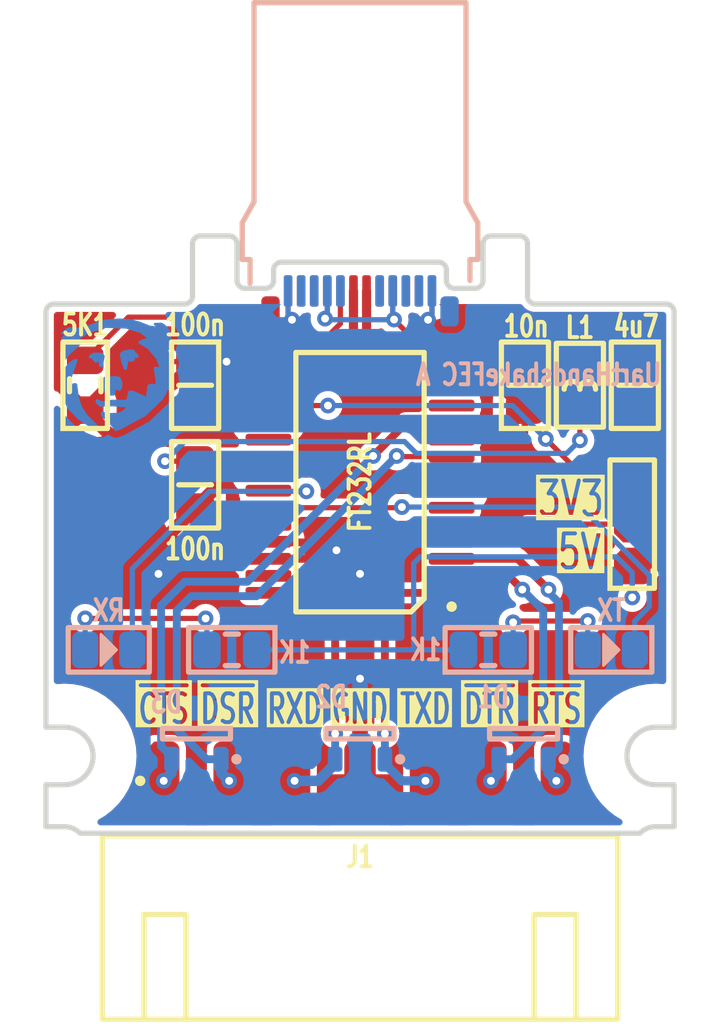
<source format=kicad_pcb>
(kicad_pcb (version 20221018) (generator pcbnew)
  (layers (0 "F.Cu" signal) (31 "B.Cu" jumper) (34 "B.Paste" user) (35 "F.Paste" user) (36 "B.SilkS" user "B.Silkscreen") (37 "F.SilkS" user "F.Silkscreen") (38 "B.Mask" user) (39 "F.Mask" user) (44 "Edge.Cuts" user))
  (net 0 "")
  (net 1 "A_CC")
  (net 2 "TXD")
  (net 3 "5V")
  (net 4 "RXD")
  (net 5 "USB_DP")
  (net 6 "USB_DM")
  (net 7 "GND")
  (net 8 "USB_Vin")
  (net 9 "3V3")
  (net 10 "Vio")
  (net 11 "LED_TXD")
  (net 12 "LED_TXD'")
  (net 13 "LED_RXD'")
  (net 14 "LED_RXD")
  (net 15 "DSR#")
  (net 16 "CTS#")
  (net 17 "RTS#")
  (net 18 "DTR#")
  (footprint "Medo64:L (0805)" (layer "F.Cu") (at 40.4 25.7 90)
    (fp_text reference "L1" (at 2.2 0 180) (layer "F.SilkS") (effects (font (size 0.8 0.6))))
    (fp_text value "600R" hide)
    (fp_rect (start -1.6 -0.9) (end 1.6 0.9) (stroke (width 0.2)) (fill none) (layer "F.SilkS"))
    (fp_arc (start -0.15 -0.6) (mid 0.15 -0.3) (end -0.15 0) (stroke (width 0.2)) (layer "F.SilkS"))
    (fp_arc (start -0.15 0) (mid 0.15 0.3) (end -0.15 0.6) (stroke (width 0.2)) (layer "F.SilkS"))
    (pad "1" smd roundrect (at -0.85 0 90) (size 1.05 1.4) (layers "F.Cu" "F.Paste" "F.Mask") (net 3 "5V"))
    (pad "2" smd roundrect (at 0.85 0 90) (size 1.05 1.4) (layers "F.Cu" "F.Paste" "F.Mask") (net 8 "USB_Vin"))
  )
  (footprint "Medo64:P USB C 3.2 Edge (24w)" (layer "F.Cu") (at 32 22)
    (fp_text reference "P1" hide)
    (fp_text value "105444-0001" hide)
    (fp_line (start -4.5 -2.5) (end -4.5 -1.1) (stroke (width 0.2)) (layer "B.SilkS"))
    (fp_line (start -4.5 -2.5) (end -4.05 -3.3) (stroke (width 0.2)) (layer "B.SilkS"))
    (fp_line (start -4.5 -1.1) (end -4.2 -1.1) (stroke (width 0.2)) (layer "B.SilkS"))
    (fp_line (start -4.2 -1) (end -4.2 -0.2) (stroke (width 0.2)) (layer "B.SilkS"))
    (fp_line (start -4.05 -10.9) (end -4.05 -3.3) (stroke (width 0.2)) (layer "B.SilkS"))
    (fp_line (start -4.05 -10.9) (end 4.05 -10.9) (stroke (width 0.2)) (layer "B.SilkS"))
    (fp_line (start 4.05 -10.9) (end 4.05 -3.3) (stroke (width 0.2)) (layer "B.SilkS"))
    (fp_line (start 4.2 -1.1) (end 4.2 -0.3) (stroke (width 0.2)) (layer "B.SilkS"))
    (fp_line (start 4.5 -2.5) (end 4.05 -3.3) (stroke (width 0.2)) (layer "B.SilkS"))
    (fp_line (start 4.5 -2.5) (end 4.5 -1.1) (stroke (width 0.2)) (layer "B.SilkS"))
    (fp_line (start 4.5 -1.1) (end 4.2 -1.1) (stroke (width 0.2)) (layer "B.SilkS"))
    (fp_line (start -4.5 -2.5) (end -4.5 -1.1) (stroke (width 0.2)) (layer "F.SilkS"))
    (fp_line (start -4.5 -2.5) (end -4.05 -3.3) (stroke (width 0.2)) (layer "F.SilkS"))
    (fp_line (start -4.5 -1.1) (end -4.2 -1.1) (stroke (width 0.2)) (layer "F.SilkS"))
    (fp_line (start -4.2 -1.1) (end -4.2 -0.3) (stroke (width 0.2)) (layer "F.SilkS"))
    (fp_line (start -4.05 -10.9) (end -4.05 -3.3) (stroke (width 0.2)) (layer "F.SilkS"))
    (fp_line (start -4.05 -10.9) (end 4.05 -10.9) (stroke (width 0.2)) (layer "F.SilkS"))
    (fp_line (start 4.05 -10.9) (end 4.05 -3.3) (stroke (width 0.2)) (layer "F.SilkS"))
    (fp_line (start 4.2 -1.1) (end 4.2 -0.3) (stroke (width 0.2)) (layer "F.SilkS"))
    (fp_line (start 4.5 -2.5) (end 4.05 -3.3) (stroke (width 0.2)) (layer "F.SilkS"))
    (fp_line (start 4.5 -2.5) (end 4.5 -1.1) (stroke (width 0.2)) (layer "F.SilkS"))
    (fp_line (start 4.5 -1.1) (end 4.2 -1.1) (stroke (width 0.2)) (layer "F.SilkS"))
    (pad "A1" smd roundrect locked (at -2.75 0.1) (size 0.33 1.2) (layers "F.Cu" "F.Paste" "F.Mask") (chamfer_ratio 0.2) (chamfer top_left bottom_left) (net 7 "GND"))
    (pad "A2" smd roundrect locked (at -2.25 0.1) (size 0.33 1.2) (layers "F.Cu" "F.Paste" "F.Mask"))
    (pad "A3" smd roundrect locked (at -1.75 0.1) (size 0.33 1.2) (layers "F.Cu" "F.Paste" "F.Mask"))
    (pad "A4" smd roundrect locked (at -1.25 0.1) (size 0.33 1.2) (layers "F.Cu" "F.Paste" "F.Mask") (net 8 "USB_Vin"))
    (pad "A5" smd roundrect locked (at -0.75 0.1) (size 0.33 1.2) (layers "F.Cu" "F.Paste" "F.Mask") (net 1 "A_CC"))
    (pad "A6" smd roundrect locked (at -0.25 0.1) (size 0.33 1.2) (layers "F.Cu" "F.Paste" "F.Mask") (net 5 "USB_DP"))
    (pad "A7" smd roundrect locked (at 0.25 0.1) (size 0.33 1.2) (layers "F.Cu" "F.Paste" "F.Mask") (net 6 "USB_DM"))
    (pad "A8" smd roundrect locked (at 0.75 0.1) (size 0.33 1.2) (layers "F.Cu" "F.Paste" "F.Mask"))
    (pad "A9" smd roundrect locked (at 1.25 0.1) (size 0.33 1.2) (layers "F.Cu" "F.Paste" "F.Mask") (net 8 "USB_Vin"))
    (pad "A10" smd roundrect locked (at 1.75 0.1) (size 0.33 1.2) (layers "F.Cu" "F.Paste" "F.Mask"))
    (pad "A11" smd roundrect locked (at 2.25 0.1) (size 0.33 1.2) (layers "F.Cu" "F.Paste" "F.Mask"))
    (pad "A12" smd roundrect locked (at 2.75 0.1) (size 0.33 1.2) (layers "F.Cu" "F.Paste" "F.Mask") (net 7 "GND"))
    (pad "B01" smd roundrect locked (at 2.75 0.1) (size 0.33 1.2) (layers "B.Cu" "B.Paste" "B.Mask") (chamfer_ratio 0.2) (chamfer top_right bottom_right) (net 7 "GND"))
    (pad "B02" smd roundrect locked (at 2.25 0.1) (size 0.33 1.2) (layers "B.Cu" "B.Paste" "B.Mask"))
    (pad "B03" smd roundrect locked (at 1.75 0.1) (size 0.33 1.2) (layers "B.Cu" "B.Paste" "B.Mask"))
    (pad "B04" smd roundrect locked (at 1.25 0.1) (size 0.33 1.2) (layers "B.Cu" "B.Paste" "B.Mask") (net 8 "USB_Vin"))
    (pad "B05" smd roundrect locked (at 0.75 0.1) (size 0.33 1.2) (layers "B.Cu" "B.Paste" "B.Mask"))
    (pad "B08" smd roundrect locked (at -0.75 0.1) (size 0.33 1.2) (layers "B.Cu" "B.Paste" "B.Mask"))
    (pad "B09" smd roundrect locked (at -1.25 0.1) (size 0.33 1.2) (layers "B.Cu" "B.Paste" "B.Mask") (net 8 "USB_Vin"))
    (pad "B10" smd roundrect locked (at -1.75 0.1) (size 0.33 1.2) (layers "B.Cu" "B.Paste" "B.Mask"))
    (pad "B11" smd roundrect locked (at -2.25 0.1) (size 0.33 1.2) (layers "B.Cu" "B.Paste" "B.Mask"))
    (pad "B12" smd roundrect locked (at -2.75 0.1) (size 0.33 1.2) (layers "B.Cu" "B.Paste" "B.Mask") (net 7 "GND"))
    (pad "S" smd roundrect locked (at -3.42 0.88) (size 0.7 1.15) (layers "F.Cu" "F.Paste" "F.Mask"))
    (pad "S" smd roundrect locked (at 3.42 0.88) (size 0.7 1.15) (layers "B.Cu" "B.Paste" "B.Mask"))
  )
  (footprint "Medo64:C (0805)" (layer "F.Cu") (at 38.3 25.7 90)
    (fp_text reference "C1" hide)
    (fp_text value "10n" (at 2.25 0.05 180) (layer "F.SilkS") (effects (font (size 0.8 0.6) (thickness 0.15) bold)))
    (fp_line (start 0 -0.625) (end 0 0.625) (stroke (width 0.2)) (layer "F.SilkS"))
    (fp_rect (start -1.65 -0.9) (end 1.65 0.9) (stroke (width 0.2)) (fill none) (layer "F.SilkS"))
    (pad "1" smd roundrect (at -0.9 0 90) (size 1.15 1.45) (layers "F.Cu" "F.Paste" "F.Mask") (net 7 "GND"))
    (pad "2" smd roundrect (at 0.9 0 90) (size 1.15 1.45) (layers "F.Cu" "F.Paste" "F.Mask") (net 8 "USB_Vin"))
  )
  (footprint "Medo64:C (0805)" (layer "F.Cu") (at 25.7 25.7 -90)
    (fp_text reference "C3" hide)
    (fp_text value "100n" (at -2.3 0) (layer "F.SilkS") (effects (font (size 0.8 0.6) (thickness 0.15) bold)))
    (fp_line (start 0 -0.625) (end 0 0.625) (stroke (width 0.2)) (layer "F.SilkS"))
    (fp_rect (start -1.65 -0.9) (end 1.65 0.9) (stroke (width 0.2)) (fill none) (layer "F.SilkS"))
    (pad "1" smd roundrect (at -0.9 0 270) (size 1.15 1.45) (layers "F.Cu" "F.Paste" "F.Mask") (net 7 "GND"))
    (pad "2" smd roundrect (at 0.9 0 270) (size 1.15 1.45) (layers "F.Cu" "F.Paste" "F.Mask") (net 9 "3V3"))
  )
  (footprint "Medo64:J JST XH Edge [UART] (7w)" (layer "F.Cu") (at 32 40.8)
    (fp_text reference "J1" (at 0 2.9) (layer "F.SilkS") (effects (font (size 0.8 0.6) (thickness 0.15) bold)))
    (fp_text value "B7B-XH-A")
    (fp_rect (start -9.85 2.1) (end 9.85 9.1) (stroke (width 0.2)) (fill none) (layer "F.SilkS"))
    (fp_rect (start -8.25 5.1) (end -6.65 9.1) (stroke (width 0.2)) (fill none) (layer "F.SilkS"))
    (fp_rect (start 8.25 5.1) (end 6.65 9.1) (stroke (width 0.2)) (fill none) (layer "F.SilkS"))
    (fp_circle (center -8.4 0) (end -8.25 0) (stroke (width 0.1)) (fill solid) (layer "F.SilkS"))
    (pad "1" smd roundrect locked (at -7.5 0) (size 1.2 3) (layers "F.Cu" "F.Paste" "F.Mask") (chamfer_ratio 0.2) (chamfer top_left bottom_left) (net 16 "CTS#"))
    (pad "2" smd roundrect locked (at -5 0) (size 1.2 3) (layers "F.Cu" "F.Paste" "F.Mask") (net 15 "DSR#"))
    (pad "3" smd roundrect locked (at -2.5 0) (size 1.2 3) (layers "F.Cu" "F.Paste" "F.Mask") (net 4 "RXD"))
    (pad "4" smd roundrect locked (at 0 0) (size 1.2 3) (layers "F.Cu" "F.Paste" "F.Mask") (net 7 "GND"))
    (pad "5" smd roundrect locked (at 2.5 0) (size 1.2 3) (layers "F.Cu" "F.Paste" "F.Mask") (net 2 "TXD"))
    (pad "6" smd roundrect locked (at 5 0) (size 1.2 3) (layers "F.Cu" "F.Paste" "F.Mask") (net 18 "DTR#"))
    (pad "7" smd roundrect locked (at 7.5 0) (size 1.2 3) (layers "F.Cu" "F.Paste" "F.Mask") (net 17 "RTS#"))
  )
  (footprint "Medo64:C (0805)" (layer "F.Cu") (at 25.7 29.5 90)
    (fp_text reference "C2" hide)
    (fp_text value "100n" (at -2.45 0) (layer "F.SilkS") (effects (font (size 0.8 0.6) (thickness 0.15) bold)))
    (fp_line (start 0 -0.625) (end 0 0.625) (stroke (width 0.2)) (layer "F.SilkS"))
    (fp_rect (start -1.65 -0.9) (end 1.65 0.9) (stroke (width 0.2)) (fill none) (layer "F.SilkS"))
    (pad "1" smd roundrect (at -0.9 0 90) (size 1.15 1.45) (layers "F.Cu" "F.Paste" "F.Mask") (net 7 "GND"))
    (pad "2" smd roundrect (at 0.9 0 90) (size 1.15 1.45) (layers "F.Cu" "F.Paste" "F.Mask") (net 3 "5V"))
  )
  (footprint "Medo64:U Transciever UART FT232RL (SSOP-28)" (layer "F.Cu") (at 32 29.4 180)
    (fp_text reference "U1" hide)
    (fp_text value "FT232RL" (at 0 0 90) (layer "F.SilkS") (effects (font (size 0.8 0.6))))
    (fp_line (start -2.45 -4.45) (end -1.95 -4.95) (stroke (width 0.2)) (layer "F.SilkS"))
    (fp_line (start -2.45 4.95) (end -2.45 -4.45) (stroke (width 0.2)) (layer "F.SilkS"))
    (fp_line (start -1.95 -4.95) (end 2.45 -4.95) (stroke (width 0.2)) (layer "F.SilkS"))
    (fp_line (start 2.45 -4.95) (end 2.45 4.95) (stroke (width 0.2)) (layer "F.SilkS"))
    (fp_line (start 2.45 4.95) (end -2.45 4.95) (stroke (width 0.2)) (layer "F.SilkS"))
    (fp_circle (center -3.5 -4.75) (end -3.35 -4.75) (stroke (width 0.1)) (fill solid) (layer "F.SilkS"))
    (pad "1" smd roundrect locked (at -3.5 -4.225 180) (size 1.75 0.45) (layers "F.Cu" "F.Paste" "F.Mask") (chamfer_ratio 0.2) (chamfer top_left top_right) (net 2 "TXD"))
    (pad "2" smd roundrect locked (at -3.5 -3.575 180) (size 1.75 0.45) (layers "F.Cu" "F.Paste" "F.Mask") (net 18 "DTR#"))
    (pad "3" smd roundrect locked (at -3.5 -2.925 180) (size 1.75 0.45) (layers "F.Cu" "F.Paste" "F.Mask") (net 17 "RTS#"))
    (pad "4" smd roundrect locked (at -3.5 -2.275 180) (size 1.75 0.45) (layers "F.Cu" "F.Paste" "F.Mask") (net 10 "Vio"))
    (pad "5" smd roundrect locked (at -3.5 -1.625 180) (size 1.75 0.45) (layers "F.Cu" "F.Paste" "F.Mask") (net 4 "RXD"))
    (pad "6" smd roundrect locked (at -3.5 -0.975 180) (size 1.75 0.45) (layers "F.Cu" "F.Paste" "F.Mask"))
    (pad "7" smd roundrect locked (at -3.5 -0.325 180) (size 1.75 0.45) (layers "F.Cu" "F.Paste" "F.Mask") (net 7 "GND"))
    (pad "8" smd roundrect locked (at -3.5 0.325 180) (size 1.75 0.45) (layers "F.Cu" "F.Paste" "F.Mask"))
    (pad "9" smd roundrect locked (at -3.5 0.975 180) (size 1.75 0.45) (layers "F.Cu" "F.Paste" "F.Mask") (net 15 "DSR#"))
    (pad "10" smd roundrect locked (at -3.5 1.625 180) (size 1.75 0.45) (layers "F.Cu" "F.Paste" "F.Mask"))
    (pad "11" smd roundrect locked (at -3.5 2.275 180) (size 1.75 0.45) (layers "F.Cu" "F.Paste" "F.Mask") (net 16 "CTS#"))
    (pad "12" smd roundrect locked (at -3.5 2.925 180) (size 1.75 0.45) (layers "F.Cu" "F.Paste" "F.Mask"))
    (pad "13" smd roundrect locked (at -3.5 3.575 180) (size 1.75 0.45) (layers "F.Cu" "F.Paste" "F.Mask"))
    (pad "14" smd roundrect locked (at -3.5 4.225 180) (size 1.75 0.45) (layers "F.Cu" "F.Paste" "F.Mask"))
    (pad "15" smd roundrect locked (at 3.5 4.225 180) (size 1.75 0.45) (layers "F.Cu" "F.Paste" "F.Mask") (net 5 "USB_DP"))
    (pad "16" smd roundrect locked (at 3.5 3.575 180) (size 1.75 0.45) (layers "F.Cu" "F.Paste" "F.Mask") (net 6 "USB_DM"))
    (pad "17" smd roundrect locked (at 3.5 2.925 180) (size 1.75 0.45) (layers "F.Cu" "F.Paste" "F.Mask") (net 9 "3V3"))
    (pad "18" smd roundrect locked (at 3.5 2.275 180) (size 1.75 0.45) (layers "F.Cu" "F.Paste" "F.Mask") (net 7 "GND"))
    (pad "19" smd roundrect locked (at 3.5 1.625 180) (size 1.75 0.45) (layers "F.Cu" "F.Paste" "F.Mask"))
    (pad "20" smd roundrect locked (at 3.5 0.975 180) (size 1.75 0.45) (layers "F.Cu" "F.Paste" "F.Mask") (net 3 "5V"))
    (pad "21" smd roundrect locked (at 3.5 0.325 180) (size 1.75 0.45) (layers "F.Cu" "F.Paste" "F.Mask") (net 7 "GND"))
    (pad "22" smd roundrect locked (at 3.5 -0.325 180) (size 1.75 0.45) (layers "F.Cu" "F.Paste" "F.Mask") (net 14 "LED_RXD"))
    (pad "23" smd roundrect locked (at 3.5 -0.975 180) (size 1.75 0.45) (layers "F.Cu" "F.Paste" "F.Mask") (net 11 "LED_TXD"))
    (pad "24" smd roundrect locked (at 3.5 -1.625 180) (size 1.75 0.45) (layers "F.Cu" "F.Paste" "F.Mask"))
    (pad "25" smd roundrect locked (at 3.5 -2.275 180) (size 1.75 0.45) (layers "F.Cu" "F.Paste" "F.Mask") (net 7 "GND"))
    (pad "26" smd roundrect locked (at 3.5 -2.925 180) (size 1.75 0.45) (layers "F.Cu" "F.Paste" "F.Mask") (net 7 "GND"))
    (pad "27" smd roundrect locked (at 3.5 -3.575 180) (size 1.75 0.45) (layers "F.Cu" "F.Paste" "F.Mask"))
    (pad "28" smd roundrect locked (at 3.5 -4.225 180) (size 1.75 0.45) (layers "F.Cu" "F.Paste" "F.Mask"))
  )
  (footprint "Medo64:R (0805)" (layer "F.Cu") (at 21.5 25.7 90)
    (fp_text reference "R3" hide)
    (fp_text value "5K1" (at 2.3 0 180) (layer "F.SilkS") (effects (font (size 0.8 0.6))))
    (fp_line (start -0.25 -0.6) (end 0.25 -0.6) (stroke (width 0.2)) (layer "F.SilkS"))
    (fp_line (start -0.25 0.6) (end 0.25 0.6) (stroke (width 0.2)) (layer "F.SilkS"))
    (fp_rect (start -1.65 -0.85) (end 1.65 0.85) (stroke (width 0.2)) (fill none) (layer "F.SilkS"))
    (pad "1" smd roundrect (at -0.95 0 90) (size 1.05 1.4) (layers "F.Cu" "F.Paste" "F.Mask") (net 7 "GND"))
    (pad "2" smd roundrect (at 0.95 0 90) (size 1.05 1.4) (layers "F.Cu" "F.Paste" "F.Mask") (net 1 "A_CC"))
  )
  (footprint "Medo64:JP Dual (1205)" (layer "F.Cu") (at 42.4 31 90)
    (fp_text reference "JP1" hide)
    (fp_text value "Jumper" hide)
    (fp_rect (start -2.45 -0.85) (end 2.45 0.85) (stroke (width 0.2)) (fill none) (layer "F.SilkS"))
    (pad "1" smd roundrect (at -1.6 0 90) (size 1.4 1.4) (layers "F.Cu" "F.Mask") (roundrect_rratio 0.2) (chamfer_ratio 0.25) (chamfer top_right bottom_right) (net 3 "5V"))
    (pad "2" smd roundrect (at 0 0 90) (size 1.4 1.4) (layers "F.Cu" "F.Mask") (roundrect_rratio 0) (chamfer_ratio 0.25) (chamfer top_left top_right bottom_left bottom_right) (net 10 "Vio"))
    (pad "3" smd roundrect (at 1.6 0 90) (size 1.4 1.4) (layers "F.Cu" "F.Mask") (roundrect_rratio 0.2) (chamfer_ratio 0.25) (chamfer top_left bottom_left) (net 9 "3V3"))
  )
  (footprint "Medo64:C (0805)" (layer "F.Cu") (at 42.5 25.7 -90)
    (fp_text reference "C4" hide)
    (fp_text value "4u7" (at -2.25 -0.05) (layer "F.SilkS") (effects (font (size 0.8 0.6) (thickness 0.15) bold)))
    (fp_line (start 0 -0.625) (end 0 0.625) (stroke (width 0.2)) (layer "F.SilkS"))
    (fp_rect (start -1.65 -0.9) (end 1.65 0.9) (stroke (width 0.2)) (fill none) (layer "F.SilkS"))
    (pad "1" smd roundrect (at -0.9 0 270) (size 1.15 1.45) (layers "F.Cu" "F.Paste" "F.Mask") (net 7 "GND"))
    (pad "2" smd roundrect (at 0.9 0 270) (size 1.15 1.45) (layers "F.Cu" "F.Paste" "F.Mask") (net 3 "5V"))
  )
  (footprint "Medo64:R (0805)" (layer "B.Cu") (at 36.9 35.8)
    (fp_text reference "R2" hide)
    (fp_text value "1K" (at -2.4 0) (layer "B.SilkS") (effects (font (size 0.8 0.6)) (justify mirror)))
    (fp_line (start -0.25 -0.6) (end 0.25 -0.6) (stroke (width 0.2)) (layer "B.SilkS"))
    (fp_line (start -0.25 0.6) (end 0.25 0.6) (stroke (width 0.2)) (layer "B.SilkS"))
    (fp_rect (start -1.65 0.85) (end 1.65 -0.85) (stroke (width 0.2)) (fill none) (layer "B.SilkS"))
    (pad "1" smd roundrect (at -0.95 0) (size 1.05 1.4) (layers "B.Cu" "B.Paste" "B.Mask") (net 3 "5V"))
    (pad "2" smd roundrect (at 0.95 0) (size 1.05 1.4) (layers "B.Cu" "B.Paste" "B.Mask") (net 12 "LED_TXD'"))
  )
  (footprint "Medo64:D TVS SM05T1G (SOT23-3)" (layer "B.Cu") (at 32 39 180)
    (fp_text reference "D2" (at 1.1 1.4) (layer "B.SilkS") (effects (font (size 0.8 0.6)) (justify mirror)))
    (fp_text value "SM05T1G" hide)
    (fp_rect (start -1.3 0.2) (end 1.3 -0.2) (stroke (width 0.2)) (fill none) (layer "B.SilkS"))
    (fp_circle (center -1.53 -0.975) (end -1.38 -0.975) (stroke (width 0.1)) (fill solid) (layer "B.SilkS"))
    (pad "1" smd roundrect (at -0.95 -0.975 180) (size 0.56 0.95) (layers "B.Cu" "B.Paste" "B.Mask") (chamfer_ratio 0.2) (chamfer top_left bottom_left) (net 2 "TXD"))
    (pad "2" smd roundrect (at 0.95 -0.975 180) (size 0.56 0.95) (layers "B.Cu" "B.Paste" "B.Mask") (net 4 "RXD"))
    (pad "3" smd roundrect (at 0 0.975 180) (size 0.56 0.95) (layers "B.Cu" "B.Paste" "B.Mask") (net 7 "GND"))
  )
  (footprint "Medo64:D TVS SM05T1G (SOT23-3)" (layer "B.Cu") (at 38.25 39 180)
    (fp_text reference "D1" (at 1.15 1.4) (layer "B.SilkS") (effects (font (size 0.8 0.6)) (justify mirror)))
    (fp_text value "SM05T1G" hide)
    (fp_rect (start -1.3 0.2) (end 1.3 -0.2) (stroke (width 0.2)) (fill none) (layer "B.SilkS"))
    (fp_circle (center -1.53 -0.975) (end -1.38 -0.975) (stroke (width 0.1)) (fill solid) (layer "B.SilkS"))
    (pad "1" smd roundrect (at -0.95 -0.975 180) (size 0.56 0.95) (layers "B.Cu" "B.Paste" "B.Mask") (chamfer_ratio 0.2) (chamfer top_left bottom_left) (net 17 "RTS#"))
    (pad "2" smd roundrect (at 0.95 -0.975 180) (size 0.56 0.95) (layers "B.Cu" "B.Paste" "B.Mask") (net 18 "DTR#"))
    (pad "3" smd roundrect (at 0 0.975 180) (size 0.56 0.95) (layers "B.Cu" "B.Paste" "B.Mask") (net 7 "GND"))
  )
  (footprint "Medo64:DS (0805)" (layer "B.Cu") (at 41.6 35.8 180)
    (fp_text reference "DS2" hide)
    (fp_text value "TX" (at 0 1.5) (layer "B.SilkS") (effects (font (size 0.8 0.6) (thickness 0.15) bold) (justify mirror)))
    (fp_rect (start -1.55 0.85) (end 1.55 -0.85) (stroke (width 0.2)) (fill none) (layer "B.SilkS"))
    (fp_poly (pts (xy -0.3 0) (xy 0.3 0.6) (xy 0.3 -0.6)) (stroke (width 0.1)) (fill solid) (layer "B.SilkS"))
    (pad "1" smd roundrect (at -0.9 0 180) (size 1 1.4) (layers "B.Cu" "B.Paste" "B.Mask") (chamfer_ratio 0.2) (chamfer top_left bottom_left) (net 11 "LED_TXD"))
    (pad "2" smd roundrect (at 0.9 0 180) (size 1 1.4) (layers "B.Cu" "B.Paste" "B.Mask") (net 12 "LED_TXD'"))
  )
  (footprint "Medo64:ICON Medo64" (layer "B.Cu") (at 22.7 25.3 180)
    (fp_text reference "ICON" hide)
    (fp_text value "Medo64" hide)
    (fp_poly (pts (xy 0.569 0.353) (xy 0.506 0.707) (xy 0.554 0.778) (xy 0.719 0.8) (xy 0.885 0.786) (xy 0.979 0.733) (xy 1.012 0.682) (xy 0.902 0.659) (xy 0.892 0.612) (xy 0.793 0.5) (xy 0.659 0.583) (xy 0.647 0.581) (xy 0.632 0.391) (xy 0.622 0.353) (xy 0.592 0.334)) (stroke (width 0.1)) (fill solid) (layer "B.Cu"))
    (fp_poly (pts (xy -0.347 0.253) (xy -0.412 0.648) (xy -0.502 0.544) (xy -0.626 0.56) (xy -0.646 0.595) (xy -0.654 0.695) (xy -0.79 0.696) (xy -0.777 0.752) (xy -0.709 0.806) (xy -0.594 0.838) (xy -0.594 0.861) (xy -0.645 0.874) (xy -0.654 0.893) (xy -0.626 0.915) (xy -0.491 0.913) (xy -0.267 0.874) (xy -0.168 0.787) (xy -0.23 0.486) (xy -0.331 0.233) (xy -0.339 0.24)) (stroke (width 0.1)) (fill solid) (layer "B.Cu"))
    (fp_poly (pts (xy 0.115 -0.742) (xy 0.0899 -0.706) (xy 0.0781 -0.566) (xy 0.0622 -0.52) (xy 0.00798 -0.502) (xy -0.097 -0.566) (xy -0.155 -0.508) (xy -0.174 -0.31) (xy -0.101 -0.133) (xy -0.0361 -0.108) (xy 0.168 -0.103) (xy 0.347 -0.109) (xy 0.44 -0.12) (xy 0.515 -0.205) (xy 0.54 -0.36) (xy 0.533 -0.466) (xy 0.5 -0.535) (xy 0.431 -0.596) (xy 0.384 -0.562) (xy 0.365 -0.53) (xy 0.342 -0.512) (xy 0.286 -0.53) (xy 0.257 -0.652) (xy 0.212 -0.749)) (stroke (width 0.1)) (fill solid) (layer "B.Cu"))
    (fp_poly (pts (xy 1.137 -1.588) (xy 1.377 -1.227) (xy 1.493 -0.853) (xy 1.544 -0.455) (xy 1.551 -0.378) (xy 1.595 -0.367) (xy 1.649 -0.379) (xy 1.781 -0.45) (xy 1.801 -0.39) (xy 1.761 -0.0848) (xy 1.586 0.417) (xy 1.555 0.511) (xy 1.55 0.558) (xy 1.648 0.527) (xy 1.79 0.423) (xy 1.958 0.207) (xy 2.045 -0.013) (xy 2.05 -0.076) (xy 1.964 -0.0819) (xy 1.999 -0.548) (xy 1.973 -0.89) (xy 1.846 -1.245) (xy 1.444 -1.662) (xy 1.007 -1.949) (xy 0.62 -2.1)) (stroke (width 0.1)) (fill solid) (layer "B.Cu"))
    (fp_poly (pts (xy -0.162 -2.027) (xy -1.067 -1.539) (xy -1.715 -0.923) (xy -1.847 -0.71) (xy -1.921 -0.519) (xy -2.079 -0.567) (xy -2.095 -0.469) (xy -2.062 -0.0937) (xy -1.952 0.314) (xy -1.982 0.367) (xy -2.06 0.354) (xy -2.077 0.422) (xy -1.93 0.912) (xy -2.032 1.227) (xy -2.034 1.544) (xy -1.998 1.647) (xy -1.903 1.796) (xy -1.782 1.9) (xy -1.695 1.941) (xy -1.468 1.93) (xy -1.663 1.801) (xy -1.722 1.753) (xy -1.784 1.659) (xy -1.735 1.66) (xy -1.576 1.778) (xy -1.371 1.817) (xy -1.254 1.827) (xy -1.134 1.877) (xy -0.852 1.987) (xy -0.528 2.073) (xy -0.0731 2.1) (xy 0.509 2.05) (xy 1.073 1.842) (xy 1.317 1.73) (xy 1.649 1.779) (xy 1.837 1.763) (xy 2.065 1.59) (xy 1.802 1.633) (xy 1.67 1.615) (xy 1.959 1.505) (xy 2.067 1.378) (xy 2.085 1.212) (xy 2.009 0.915) (xy 2.099 0.563) (xy 2.055 0.501) (xy 1.891 0.746) (xy 1.396 1.198) (xy 1.522 1.254) (xy 1.413 1.428) (xy 1.101 1.627) (xy 0.403 1.839) (xy -0.366 1.813) (xy -0.919 1.642) (xy -1.209 1.43) (xy -1.227 1.366) (xy -0.981 1.3) (xy -0.886 1.23) (xy -1.21 1.035) (xy -1.558 0.628) (xy -1.682 0.293) (xy -1.663 0.238) (xy -1.492 0.262) (xy -1.468 0.242) (xy -1.547 -0.268) (xy -1.529 -0.375) (xy -1.464 -0.408) (xy -1.339 -0.39) (xy -1.231 -0.419) (xy -1.16 -0.905) (xy -0.625 -0.656) (xy -0.494 -0.655) (xy -0.414 -1.002) (xy 0.18 -1.002) (xy 0.561 -1.064) (xy 0.751 -0.985) (xy 0.746 -1.053) (xy 0.624 -1.17) (xy 0.142 -1.154) (xy -0.23 -1.188) (xy -0.449 -1.178) (xy -0.342 -1.347) (xy -0.189 -1.45) (xy -0.0588 -1.5) (xy 0.291 -1.511) (xy 0.537 -1.463) (xy 0.568 -1.475) (xy 0.523 -1.584) (xy 0.188 -1.888) (xy 0.0332 -2.1)) (stroke (width 0.1)) (fill solid) (layer "B.Cu"))
  )
  (footprint "Medo64:D TVS SM05T1G (SOT23-3)" (layer "B.Cu") (at 25.75 39 180)
    (fp_text reference "D3" (at 1.15 1.2) (layer "B.SilkS") (effects (font (size 0.8 0.6)) (justify mirror)))
    (fp_text value "SM05T1G" hide)
    (fp_rect (start -1.3 0.2) (end 1.3 -0.2) (stroke (width 0.2)) (fill none) (layer "B.SilkS"))
    (fp_circle (center -1.53 -0.975) (end -1.38 -0.975) (stroke (width 0.1)) (fill solid) (layer "B.SilkS"))
    (pad "1" smd roundrect (at -0.95 -0.975 180) (size 0.56 0.95) (layers "B.Cu" "B.Paste" "B.Mask") (chamfer_ratio 0.2) (chamfer top_left bottom_left) (net 15 "DSR#"))
    (pad "2" smd roundrect (at 0.95 -0.975 180) (size 0.56 0.95) (layers "B.Cu" "B.Paste" "B.Mask") (net 16 "CTS#"))
    (pad "3" smd roundrect (at 0 0.975 180) (size 0.56 0.95) (layers "B.Cu" "B.Paste" "B.Mask") (net 7 "GND"))
  )
  (footprint "Medo64:DS (0805)" (layer "B.Cu") (at 22.4 35.8 180)
    (fp_text reference "DS1" hide)
    (fp_text value "RX" (at 0 1.5) (layer "B.SilkS") (effects (font (size 0.8 0.6) (thickness 0.15) bold) (justify mirror)))
    (fp_rect (start -1.55 0.85) (end 1.55 -0.85) (stroke (width 0.2)) (fill none) (layer "B.SilkS"))
    (fp_poly (pts (xy -0.3 0) (xy 0.3 0.6) (xy 0.3 -0.6)) (stroke (width 0.1)) (fill solid) (layer "B.SilkS"))
    (pad "1" smd roundrect (at -0.9 0 180) (size 1 1.4) (layers "B.Cu" "B.Paste" "B.Mask") (chamfer_ratio 0.2) (chamfer top_left bottom_left) (net 14 "LED_RXD"))
    (pad "2" smd roundrect (at 0.9 0 180) (size 1 1.4) (layers "B.Cu" "B.Paste" "B.Mask") (net 13 "LED_RXD'"))
  )
  (footprint "Medo64:R (0805)" (layer "B.Cu") (at 27.1 35.8 180)
    (fp_text reference "R1" hide)
    (fp_text value "1K" (at -2.4 -0.1) (layer "B.SilkS") (effects (font (size 0.8 0.6)) (justify mirror)))
    (fp_line (start -0.25 -0.6) (end 0.25 -0.6) (stroke (width 0.2)) (layer "B.SilkS"))
    (fp_line (start -0.25 0.6) (end 0.25 0.6) (stroke (width 0.2)) (layer "B.SilkS"))
    (fp_rect (start -1.65 0.85) (end 1.65 -0.85) (stroke (width 0.2)) (fill none) (layer "B.SilkS"))
    (pad "1" smd roundrect (at -0.95 0 180) (size 1.05 1.4) (layers "B.Cu" "B.Paste" "B.Mask") (net 3 "5V"))
    (pad "2" smd roundrect (at 0.95 0 180) (size 1.05 1.4) (layers "B.Cu" "B.Paste" "B.Mask") (net 13 "LED_RXD'"))
  )
  (gr_line locked (start 38.4 20.3) (end 38.4 22.3) (stroke (width 0.2)) (layer "Edge.Cuts"))
  (gr_arc locked (start 25.6 22.3) (mid 25.512132 22.512132) (end 25.3 22.6) (stroke (width 0.2)) (layer "Edge.Cuts"))
  (gr_arc locked (start 43.3 40.95) (mid 42.2 39.85) (end 43.3 38.75) (stroke (width 0.2)) (layer "Edge.Cuts"))
  (gr_line locked (start 20.7 40.95) (end 20 40.95) (stroke (width 0.2)) (layer "Edge.Cuts"))
  (gr_line locked (start 43.3 40.95) (end 44 40.95) (stroke (width 0.2)) (layer "Edge.Cuts"))
  (gr_arc locked (start 35 21) (mid 35.212132 21.087868) (end 35.3 21.3) (stroke (width 0.2)) (layer "Edge.Cuts"))
  (gr_arc locked (start 28.7 21.3) (mid 28.787868 21.087868) (end 29 21) (stroke (width 0.2)) (layer "Edge.Cuts"))
  (gr_line locked (start 38.1 20) (end 37 20) (stroke (width 0.2)) (layer "Edge.Cuts"))
  (gr_arc locked (start 28.7 21.7) (mid 28.612132 21.912132) (end 28.4 22) (stroke (width 0.2)) (layer "Edge.Cuts"))
  (gr_arc locked (start 27 20) (mid 27.212132 20.087868) (end 27.3 20.3) (stroke (width 0.2)) (layer "Edge.Cuts"))
  (gr_arc locked (start 43.7 22.6) (mid 43.912132 22.687868) (end 44 22.9) (stroke (width 0.2)) (layer "Edge.Cuts"))
  (gr_line locked (start 20 38.75) (end 20.7 38.75) (stroke (width 0.2)) (layer "Edge.Cuts"))
  (gr_line locked (start 44 42.55) (end 43.3 42.55) (stroke (width 0.2)) (layer "Edge.Cuts"))
  (gr_arc locked (start 38.7 22.6) (mid 38.487868 22.512132) (end 38.4 22.3) (stroke (width 0.2)) (layer "Edge.Cuts"))
  (gr_line locked (start 44 42.55) (end 44 40.95) (stroke (width 0.2)) (layer "Edge.Cuts"))
  (gr_line locked (start 28.4 22) (end 27.6 22) (stroke (width 0.2)) (layer "Edge.Cuts"))
  (gr_line locked (start 43.7 22.6) (end 38.7 22.6) (stroke (width 0.2)) (layer "Edge.Cuts"))
  (gr_line locked (start 20.3 22.6) (end 25.3 22.6) (stroke (width 0.2)) (layer "Edge.Cuts"))
  (gr_arc locked (start 38.1 20) (mid 38.312132 20.087868) (end 38.4 20.3) (stroke (width 0.2)) (layer "Edge.Cuts"))
  (gr_arc locked (start 35.6 22) (mid 35.387868 21.912132) (end 35.3 21.7) (stroke (width 0.2)) (layer "Edge.Cuts"))
  (gr_line locked (start 35.3 21.7) (end 35.3 21.3) (stroke (width 0.2)) (layer "Edge.Cuts"))
  (gr_line locked (start 27.3 20.3) (end 27.3 21.7) (stroke (width 0.2)) (layer "Edge.Cuts"))
  (gr_arc locked (start 20 22.9) (mid 20.087868 22.687868) (end 20.3 22.6) (stroke (width 0.2)) (layer "Edge.Cuts"))
  (gr_arc locked (start 36.7 20.3) (mid 36.787868 20.087868) (end 37 20) (stroke (width 0.2)) (layer "Edge.Cuts"))
  (gr_arc locked (start 20.7 42.55) (mid 21.025629 42.613491) (end 21.3 42.8) (stroke (width 0.2)) (layer "Edge.Cuts"))
  (gr_arc locked (start 27.6 22) (mid 27.387868 21.912132) (end 27.3 21.7) (stroke (width 0.2)) (layer "Edge.Cuts"))
  (gr_line locked (start 36.7 20.3) (end 36.7 21.7) (stroke (width 0.2)) (layer "Edge.Cuts"))
  (gr_line locked (start 36.4 22) (end 35.6 22) (stroke (width 0.2)) (layer "Edge.Cuts"))
  (gr_line locked (start 44 22.9) (end 44 38.75) (stroke (width 0.2)) (layer "Edge.Cuts"))
  (gr_line locked (start 43.3 38.75) (end 44 38.75) (stroke (width 0.2)) (layer "Edge.Cuts"))
  (gr_line locked (start 28.7 21.7) (end 28.7 21.3) (stroke (width 0.2)) (layer "Edge.Cuts"))
  (gr_arc locked (start 20.7 38.75) (mid 21.8 39.85) (end 20.7 40.95) (stroke (width 0.2)) (layer "Edge.Cuts"))
  (gr_arc locked (start 42.7 42.8) (mid 42.973721 42.611931) (end 43.3 42.55) (stroke (width 0.2)) (layer "Edge.Cuts"))
  (gr_line locked (start 25.9 20) (end 27 20) (stroke (width 0.2)) (layer "Edge.Cuts"))
  (gr_line locked (start 25.6 20.3) (end 25.6 22.3) (stroke (width 0.2)) (layer "Edge.Cuts"))
  (gr_line locked (start 20 22.9) (end 20 38.75) (stroke (width 0.2)) (layer "Edge.Cuts"))
  (gr_line locked (start 42.7 42.8) (end 21.3 42.8) (stroke (width 0.2)) (layer "Edge.Cuts"))
  (gr_arc locked (start 25.6 20.3) (mid 25.687868 20.087868) (end 25.9 20) (stroke (width 0.2)) (layer "Edge.Cuts"))
  (gr_arc locked (start 36.7 21.7) (mid 36.612132 21.912132) (end 36.4 22) (stroke (width 0.2)) (layer "Edge.Cuts"))
  (gr_line locked (start 29 21) (end 35 21) (stroke (width 0.2)) (layer "Edge.Cuts"))
  (gr_line locked (start 20.7 42.55) (end 20 42.55) (stroke (width 0.2)) (layer "Edge.Cuts"))
  (gr_line locked (start 20 42.55) (end 20 40.95) (stroke (width 0.2)) (layer "Edge.Cuts"))
  (gr_text "UartHandshakeFEC A" (at 43.6 25.3) (layer "B.SilkS") (effects (font (size 0.8 0.6) (thickness 0.15) bold) (justify left mirror)))
  (gr_text "RXD" (at 29.5 38.7) (layer "F.SilkS" knockout) (effects (font (size 1.1 0.7) (thickness 0.15) bold) (justify bottom)))
  (gr_text "~{DSR}" (at 26.95 38.7) (layer "F.SilkS" knockout) (effects (font (size 1.1 0.7) (thickness 0.15) bold) (justify bottom)))
  (gr_text "TXD" (at 34.5 38.7) (layer "F.SilkS" knockout) (effects (font (size 1.1 0.7) (thickness 0.15) bold) (justify bottom)))
  (gr_text "5V" (at 41.3 31.3) (layer "F.SilkS" knockout) (effects (font (size 1.3 0.9) (thickness 0.15) bold) (justify right top)))
  (gr_text "~{DTR}" (at 36.95 38.7) (layer "F.SilkS" knockout) (effects (font (size 1.1 0.7) (thickness 0.15) bold) (justify bottom)))
  (gr_text "3V3" (at 41.4 30.8) (layer "F.SilkS" knockout) (effects (font (size 1.3 0.9) (thickness 0.15) bold) (justify right bottom)))
  (gr_text "~{RTS}" (at 39.5 38.7) (layer "F.SilkS" knockout) (effects (font (size 1.1 0.7) (thickness 0.15) bold) (justify bottom)))
  (gr_text "GND" (at 32 38.7) (layer "F.SilkS" knockout) (effects (font (size 1.1 0.7) (thickness 0.15) bold) (justify bottom)))
  (gr_text "~{CTS}" (at 24.5 38.7) (layer "F.SilkS" knockout) (effects (font (size 1.1 0.7) (thickness 0.15) bold) (justify bottom)))
  (segment (start 31.25 22.1) (end 31.25 23.34792) (width 0.2) (layer "F.Cu") (net 1))
  (segment (start 23.15 23.1) (end 21.5 24.75) (width 0.2) (layer "F.Cu") (net 1))
  (segment (start 27.623959 23.1) (end 23.15 23.1) (width 0.2) (layer "F.Cu") (net 1))
  (segment (start 31.25 23.34792) (end 30.84792 23.75) (width 0.2) (layer "F.Cu") (net 1))
  (segment (start 28.273959 23.75) (end 27.623959 23.1) (width 0.2) (layer "F.Cu") (net 1))
  (segment (start 30.84792 23.75) (end 28.273959 23.75) (width 0.2) (layer "F.Cu") (net 1))
  (segment (start 32.95 34.15) (end 32.95 39) (width 0.3) (layer "F.Cu") (net 2))
  (segment (start 33.475 33.625) (end 32.95 34.15) (width 0.3) (layer "F.Cu") (net 2))
  (segment (start 35.5 33.625) (end 33.475 33.625) (width 0.3) (layer "F.Cu") (net 2))
  (segment (start 34.5 40.8) (end 34.5 40.799952) (width 0.35) (layer "F.Cu") (net 2))
  (via (at 34.5 40.799952) (size 0.6) (drill 0.3) (layers "F.Cu" "B.Cu") (net 2))
  (via (at 32.95 39) (size 0.6) (drill 0.3) (layers "F.Cu" "B.Cu") (net 2))
  (segment (start 32.95 40.15) (end 32.95 39.975002) (width 0.35) (layer "B.Cu") (net 2))
  (segment (start 34.5 40.799952) (end 33.599952 40.799952) (width 0.35) (layer "B.Cu") (net 2))
  (segment (start 33.599952 40.799952) (end 32.95 40.15) (width 0.35) (layer "B.Cu") (net 2))
  (segment (start 32.95 39) (end 32.95 39.975002) (width 0.3) (layer "B.Cu") (net 2))
  (segment (start 24.55 28.6) (end 25.7 28.6) (width 0.2) (layer "F.Cu") (net 3))
  (segment (start 40.4 26.55) (end 40.4 27.8) (width 0.2) (layer "F.Cu") (net 3))
  (segment (start 43.55 27.65) (end 42.5 26.6) (width 0.2) (layer "F.Cu") (net 3))
  (segment (start 42.5 26.6) (end 40.45 26.6) (width 0.2) (layer "F.Cu") (net 3))
  (segment (start 43.35 32.6) (end 43.55 32.4) (width 0.2) (layer "F.Cu") (net 3))
  (segment (start 43.55 32.4) (end 43.55 27.65) (width 0.2) (layer "F.Cu") (net 3))
  (segment (start 42.4 32.6) (end 43.35 32.6) (width 0.2) (layer "F.Cu") (net 3))
  (segment (start 42.4 32.6) (end 42.4 33.8) (width 0.2) (layer "F.Cu") (net 3))
  (segment (start 28.5 28.425) (end 25.875 28.425) (width 0.2) (layer "F.Cu") (net 3))
  (via (at 42.4 33.8) (size 0.6) (drill 0.3) (layers "F.Cu" "B.Cu") (net 3))
  (via (at 24.55 28.6) (size 0.6) (drill 0.3) (layers "F.Cu" "B.Cu") (net 3))
  (via (at 40.4 27.8) (size 0.6) (drill 0.3) (layers "F.Cu" "B.Cu") (net 3))
  (segment (start 40.4 27.8) (end 39.9 28.3) (width 0.2) (layer "B.Cu") (net 3))
  (segment (start 33.7 27.85) (end 25.3 27.85) (width 0.2) (layer "B.Cu") (net 3))
  (segment (start 25.3 27.85) (end 24.55 28.6) (width 0.2) (layer "B.Cu") (net 3))
  (segment (start 42.4 32.85) (end 42.4 33.8) (width 0.2) (layer "B.Cu") (net 3))
  (segment (start 34.3 32.25) (end 41.8 32.25) (width 0.2) (layer "B.Cu") (net 3))
  (segment (start 35.95 35.8) (end 34.05 35.8) (width 0.2) (layer "B.Cu") (net 3))
  (segment (start 34.05 35.8) (end 34.05 32.5) (width 0.2) (layer "B.Cu") (net 3))
  (segment (start 39.9 28.3) (end 34.15 28.3) (width 0.2) (layer "B.Cu") (net 3))
  (segment (start 41.8 32.25) (end 42.4 32.85) (width 0.2) (layer "B.Cu") (net 3))
  (segment (start 34.05 35.8) (end 28.05 35.8) (width 0.2) (layer "B.Cu") (net 3))
  (segment (start 34.05 32.5) (end 34.3 32.25) (width 0.2) (layer "B.Cu") (net 3))
  (segment (start 34.15 28.3) (end 33.7 27.85) (width 0.2) (layer "B.Cu") (net 3))
  (segment (start 29.5 40.8) (end 29.5 40.800032) (width 0.4) (layer "F.Cu") (net 4))
  (segment (start 32.975 31.025) (end 31.05 32.95) (width 0.3) (layer "F.Cu") (net 4))
  (segment (start 35.5 31.025) (end 32.975 31.025) (width 0.3) (layer "F.Cu") (net 4))
  (segment (start 31.05 32.95) (end 31.05 39) (width 0.3) (layer "F.Cu") (net 4))
  (via (at 31.05 39) (size 0.6) (drill 0.3) (layers "F.Cu" "B.Cu") (net 4))
  (via (at 29.5 40.800032) (size 0.6) (drill 0.3) (layers "F.Cu" "B.Cu") (net 4))
  (segment (start 29.5 40.800032) (end 30.399968 40.800032) (width 0.4) (layer "B.Cu") (net 4))
  (segment (start 31.05 39) (end 31.05 39.975002) (width 0.3) (layer "B.Cu") (net 4))
  (segment (start 31.05 40.15) (end 31.05 39.975002) (width 0.4) (layer "B.Cu") (net 4))
  (segment (start 30.399968 40.800032) (end 31.05 40.15) (width 0.4) (layer "B.Cu") (net 4))
  (segment (start 30.22448 25.175) (end 31.75 23.64948) (width 0.35) (layer "F.Cu") (net 5))
  (segment (start 31.75 23.64948) (end 31.75 22.1) (width 0.35) (layer "F.Cu") (net 5))
  (segment (start 28.5 25.175) (end 30.22448 25.175) (width 0.35) (layer "F.Cu") (net 5))
  (segment (start 30.281587 25.825) (end 28.5 25.825) (width 0.35) (layer "F.Cu") (net 6))
  (segment (start 32.25 22.1) (end 32.25 23.856587) (width 0.35) (layer "F.Cu") (net 6))
  (segment (start 32.25 23.856587) (end 30.281587 25.825) (width 0.35) (layer "F.Cu") (net 6))
  (segment (start 27.125 32.325) (end 27 32.2) (width 0.25) (layer "F.Cu") (net 7))
  (segment (start 27 29.4) (end 27.325 29.075) (width 0.25) (layer "F.Cu") (net 7))
  (segment (start 34.75 22.1) (end 34.75 23.05) (width 0.2) (layer "F.Cu") (net 7))
  (segment (start 27.075 31.675) (end 27 31.6) (width 0.25) (layer "F.Cu") (net 7))
  (segment (start 38.3 28.25) (end 36.825 29.725) (width 0.25) (layer "F.Cu") (net 7))
  (segment (start 28.5 32.325) (end 24.875 32.325) (width 0.25) (layer "F.Cu") (net 7))
  (segment (start 31.1 32) (end 30.8 31.7) (width 0.3) (layer "F.Cu") (net 7))
  (segment (start 28.525 29.1) (end 29.925 29.1) (width 0.25) (layer "F.Cu") (net 7))
  (segment (start 36.825 29.725) (end 32.825 29.725) (width 0.25) (layer "F.Cu") (net 7))
  (segment (start 38.3 26.6) (end 38.3 28.25) (width 0.25) (layer "F.Cu") (net 7))
  (segment (start 25.7 30.4) (end 27 30.4) (width 0.25) (layer "F.Cu") (net 7))
  (segment (start 26.9 24.8) (end 25.7 24.8) (width 0.2) (layer "F.Cu") (net 7))
  (segment (start 39.2 25.7) (end 38.3 26.6) (width 0.25) (layer "F.Cu") (net 7))
  (segment (start 30 27.4) (end 30 29.025) (width 0.25) (layer "F.Cu") (net 7))
  (segment (start 34.9 23.5) (end 41.2 23.5) (width 0.25) (layer "F.Cu") (net 7))
  (segment (start 32 33.5) (end 32 32.899996) (width 0.6) (layer "F.Cu") (net 7))
  (segment (start 34.75 22.95697) (end 34.75 22.1) (width 0.2) (layer "F.Cu") (net 7))
  (segment (start 27 32.2) (end 27 31.6) (width 0.25) (layer "F.Cu") (net 7))
  (segment (start 32 40.8) (end 32 36.899986) (width 0.6) (layer "F.Cu") (net 7))
  (segment (start 28.5 31.675) (end 27.075 31.675) (width 0.25) (layer "F.Cu") (net 7))
  (segment (start 41.2 23.5) (end 42.5 24.8) (width 0.25) (layer "F.Cu") (net 7))
  (segment (start 30.775 32.325) (end 31.1 32) (width 0.3) (layer "F.Cu") (net 7))
  (segment (start 42.3 24.8) (end 41.4 25.7) (width 0.25) (layer "F.Cu") (net 7))
  (segment (start 32.825 29.725) (end 32.2 29.1) (width 0.25) (layer "F.Cu") (net 7))
  (segment (start 27.325 29.075) (end 28.5 29.075) (width 0.25) (layer "F.Cu") (net 7))
  (segment (start 27 30.4) (end 27 29.4) (width 0.25) (layer "F.Cu") (net 7))
  (segment (start 28.5 32.325) (end 30.775 32.325) (width 0.3) (layer "F.Cu") (net 7))
  (segment (start 29.25 23.05) (end 29.4 23.2) (width 0.2) (layer "F.Cu") (net 7))
  (segment (start 30 29.025) (end 29.925 29.1) (width 0.25) (layer "F.Cu") (net 7))
  (segment (start 29.725 27.125) (end 30 27.4) (width 0.25) (layer "F.Cu") (net 7))
  (segment (start 34.75 23.05) (end 34.6 23.2) (width 0.2) (layer "F.Cu") (net 7))
  (segment (start 23.6 24.8) (end 25.7 24.8) (width 0.2) (layer "F.Cu") (net 7))
  (segment (start 34.6 23.2) (end 34.9 23.5) (width 0.25) (layer "F.Cu") (net 7))
  (segment (start 29.25 22.1) (end 29.25 23.05) (width 0.2) (layer "F.Cu") (net 7))
  (segment (start 34.50697 23.2) (end 34.75 22.95697) (width 0.2) (layer "F.Cu") (net 7))
  (segment (start 32 36.899986) (end 32 33.5) (width 0.6) (layer "F.Cu") (net 7))
  (segment (start 27 30.4) (end 27 31.6) (width 0.25) (layer "F.Cu") (net 7))
  (segment (start 32.2 29.1) (end 29.925 29.1) (width 0.25) (layer "F.Cu") (net 7))
  (segment (start 28.6 27.125) (end 29.725 27.125) (width 0.25) (layer "F.Cu") (net 7))
  (segment (start 21.75 26.65) (end 23.6 24.8) (width 0.2) (layer "F.Cu") (net 7))
  (segment (start 41.4 25.7) (end 39.2 25.7) (width 0.25) (layer "F.Cu") (net 7))
  (segment (start 24.875 32.325) (end 24.3 32.9) (width 0.25) (layer "F.Cu") (net 7))
  (segment (start 28.5 32.325) (end 27.125 32.325) (width 0.25) (layer "F.Cu") (net 7))
  (segment (start 30.8 31.7) (end 28.5 31.7) (width 0.3) (layer "F.Cu") (net 7))
  (via (at 32 32.899996) (size 0.6) (drill 0.3) (layers "F.Cu" "B.Cu") (net 7))
  (via (at 24.3 32.9) (size 0.6) (drill 0.3) (layers "F.Cu" "B.Cu") (net 7))
  (via (at 29.4 23.2) (size 0.6) (drill 0.3) (layers "F.Cu" "B.Cu") (net 7))
  (via (at 32 36.899986) (size 0.6) (drill 0.3) (layers "F.Cu" "B.Cu") (net 7))
  (via (at 34.6 23.2) (size 0.6) (drill 0.3) (layers "F.Cu" "B.Cu") (net 7))
  (via (at 26.9 24.8) (size 0.6) (drill 0.3) (layers "F.Cu" "B.Cu") (net 7))
  (via (at 31.1 32) (size 0.6) (drill 0.3) (layers "F.Cu" "B.Cu") (net 7))
  (segment (start 29.942136 23.742136) (end 34.057864 23.742136) (width 0.2) (layer "B.Cu") (net 7))
  (segment (start 29.4 23.2) (end 29.942136 23.742136) (width 0.2) (layer "B.Cu") (net 7))
  (segment (start 38.175 38.1) (end 38.25 38.025) (width 0.6) (layer "B.Cu") (net 7))
  (segment (start 34.75 22.1) (end 34.75 23.05) (width 0.2) (layer "B.Cu") (net 7))
  (segment (start 31.1 32) (end 31.999996 32.899996) (width 0.6) (layer "B.Cu") (net 7))
  (segment (start 31.999996 32.899996) (end 32 32.899996) (width 0.6) (layer "B.Cu") (net 7))
  (segment (start 32 38.1) (end 38.175 38.1) (width 0.6) (layer "B.Cu") (net 7))
  (segment (start 34.057864 23.742136) (end 34.6 23.2) (width 0.2) (layer "B.Cu") (net 7))
  (segment (start 29.25 23.05) (end 29.25 22.1) (width 0.2) (layer "B.Cu") (net 7))
  (segment (start 32 38.025) (end 25.75 38.025) (width 0.6) (layer "B.Cu") (net 7))
  (segment (start 28.5 23.2) (end 26.9 24.8) (width 0.2) (layer "B.Cu") (net 7))
  (segment (start 29.4 23.2) (end 29.25 23.05) (width 0.2) (layer "B.Cu") (net 7))
  (segment (start 34.75 23.05) (end 34.6 23.2) (width 0.2) (layer "B.Cu") (net 7))
  (segment (start 32 36.899986) (end 32 38.1) (width 0.6) (layer "B.Cu") (net 7))
  (segment (start 29.4 23.2) (end 28.5 23.2) (width 0.2) (layer "B.Cu") (net 7))
  (segment (start 30.75 22.1) (end 30.75 23.070102) (width 0.2) (layer "F.Cu") (net 8))
  (segment (start 33.25 22.1) (end 33.25 23.15) (width 0.2) (layer "F.Cu") (net 8))
  (segment (start 37.25 24.85) (end 38.3 24.85) (width 0.2) (layer "F.Cu") (net 8))
  (segment (start 30.75 23.070102) (end 30.663983 23.156119) (width 0.2) (layer "F.Cu") (net 8))
  (segment (start 34.35 24.25) (end 36.65 24.25) (width 0.2) (layer "F.Cu") (net 8))
  (segment (start 40.4 24.8) (end 38.35 24.8) (width 0.2) (layer "F.Cu") (net 8))
  (segment (start 33.25 23.15) (end 34.35 24.25) (width 0.2) (layer "F.Cu") (net 8))
  (segment (start 36.65 24.25) (end 37.25 24.85) (width 0.2) (layer "F.Cu") (net 8))
  (via (at 30.663983 23.156119) (size 0.6) (drill 0.3) (layers "F.Cu" "B.Cu") (net 8))
  (via (at 33.3 23.192136) (size 0.6) (drill 0.3) (layers "F.Cu" "B.Cu") (net 8))
  (segment (start 30.75 22.1) (end 30.75 23.070102) (width 0.2) (layer "B.Cu") (net 8))
  (segment (start 33.3 23.192136) (end 33.292136 23.2) (width 0.2) (layer "B.Cu") (net 8))
  (segment (start 33.25 22.1) (end 33.25 23.05) (width 0.2) (layer "B.Cu") (net 8))
  (segment (start 33.292136 23.2) (end 30.707864 23.2) (width 0.2) (layer "B.Cu") (net 8))
  (segment (start 33.25 23.05) (end 33.3 23.1) (width 0.2) (layer "B.Cu") (net 8))
  (segment (start 30.75 23.070102) (end 30.663983 23.156119) (width 0.2) (layer "B.Cu") (net 8))
  (segment (start 30.707864 23.2) (end 30.663983 23.156119) (width 0.2) (layer "B.Cu") (net 8))
  (segment (start 42.4 29.4) (end 40.75 29.4) (width 0.2) (layer "F.Cu") (net 9))
  (segment (start 28.5 26.575) (end 25.875 26.575) (width 0.2) (layer "F.Cu") (net 9))
  (segment (start 28.5 26.475) (end 30.775 26.475) (width 0.2) (layer "F.Cu") (net 9))
  (segment (start 40.75 29.4) (end 39.1 27.75) (width 0.2) (layer "F.Cu") (net 9))
  (via (at 30.775 26.475) (size 0.6) (drill 0.3) (layers "F.Cu" "B.Cu") (net 9))
  (via (at 39.1 27.75) (size 0.6) (drill 0.3) (layers "F.Cu" "B.Cu") (net 9))
  (segment (start 30.775 26.475) (end 37.825 26.475) (width 0.2) (layer "B.Cu") (net 9))
  (segment (start 37.825 26.475) (end 39.1 27.75) (width 0.2) (layer "B.Cu") (net 9))
  (segment (start 38.4 31) (end 37.725 31.675) (width 0.2) (layer "F.Cu") (net 10))
  (segment (start 37.725 31.675) (end 35.5 31.675) (width 0.2) (layer "F.Cu") (net 10))
  (segment (start 42.4 31) (end 38.4 31) (width 0.2) (layer "F.Cu") (net 10))
  (segment (start 33.575 30.375) (end 33.6 30.35) (width 0.2) (layer "F.Cu") (net 11))
  (segment (start 28.5 30.375) (end 33.575 30.375) (width 0.2) (layer "F.Cu") (net 11))
  (via (at 33.6 30.35) (size 0.6) (drill 0.3) (layers "F.Cu" "B.Cu") (net 11))
  (segment (start 40.45 30.35) (end 43.05 32.95) (width 0.2) (layer "B.Cu") (net 11))
  (segment (start 43.05 34.15) (end 42.5 34.7) (width 0.2) (layer "B.Cu") (net 11))
  (segment (start 42.5 34.7) (end 42.5 35.8) (width 0.2) (layer "B.Cu") (net 11))
  (segment (start 43.05 32.95) (end 43.05 34.15) (width 0.2) (layer "B.Cu") (net 11))
  (segment (start 33.6 30.35) (end 40.45 30.35) (width 0.2) (layer "B.Cu") (net 11))
  (segment (start 37.9 34.7) (end 40.7 34.7) (width 0.2) (layer "F.Cu") (net 12))
  (segment (start 37.85 34.75) (end 37.9 34.7) (width 0.2) (layer "F.Cu") (net 12))
  (via (at 37.85 34.75) (size 0.6) (drill 0.3) (layers "F.Cu" "B.Cu") (net 12))
  (via (at 40.7 34.7) (size 0.6) (drill 0.3) (layers "F.Cu" "B.Cu") (net 12))
  (segment (start 40.7 34.7) (end 40.7 35.8) (width 0.2) (layer "B.Cu") (net 12))
  (segment (start 37.9 34.7) (end 37.85 34.75) (width 0.2) (layer "B.Cu") (net 12))
  (segment (start 37.85 35.8) (end 37.85 34.75) (width 0.2) (layer "B.Cu") (net 12))
  (segment (start 26.1 34.6) (end 21.5 34.6) (width 0.2) (layer "F.Cu") (net 13))
  (via (at 26.1 34.6) (size 0.6) (drill 0.3) (layers "F.Cu" "B.Cu") (net 13))
  (via (at 21.5 34.6) (size 0.6) (drill 0.3) (layers "F.Cu" "B.Cu") (net 13))
  (segment (start 21.5 34.6) (end 21.5 35.8) (width 0.2) (layer "B.Cu") (net 13))
  (segment (start 26.15 35.8) (end 26.15 34.65) (width 0.2) (layer "B.Cu") (net 13))
  (segment (start 26.15 34.65) (end 26.1 34.6) (width 0.2) (layer "B.Cu") (net 13))
  (segment (start 29.95 29.75) (end 28.525 29.75) (width 0.2) (layer "F.Cu") (net 14))
  (via (at 29.95 29.75) (size 0.6) (drill 0.3) (layers "F.Cu" "B.Cu") (net 14))
  (segment (start 23.3 35.8) (end 23.3 32.7) (width 0.2) (layer "B.Cu") (net 14))
  (segment (start 23.3 32.7) (end 26.25 29.75) (width 0.2) (layer "B.Cu") (net 14))
  (segment (start 26.25 29.75) (end 29.95 29.75) (width 0.2) (layer "B.Cu") (net 14))
  (segment (start 27 40.8) (end 27 40.800034) (width 0.4) (layer "F.Cu") (net 15))
  (segment (start 35.5 28.425) (end 33.425004 28.425) (width 0.2) (layer "F.Cu") (net 15))
  (segment (start 33.425004 28.425) (end 33.4 28.399996) (width 0.2) (layer "F.Cu") (net 15))
  (via (at 27 40.800034) (size 0.6) (drill 0.3) (layers "F.Cu" "B.Cu") (net 15))
  (via (at 33.4 28.399996) (size 0.6) (drill 0.3) (layers "F.Cu" "B.Cu") (net 15))
  (segment (start 26.7 40.500034) (end 26.7 39.975002) (width 0.4) (layer "B.Cu") (net 15))
  (segment (start 27 40.800034) (end 26.7 40.500034) (width 0.4) (layer "B.Cu") (net 15))
  (segment (start 25.55 33.75) (end 25 34.3) (width 0.3) (layer "B.Cu") (net 15))
  (segment (start 25 34.3) (end 25 38.836127) (width 0.3) (layer "B.Cu") (net 15))
  (segment (start 28.049996 33.75) (end 25.55 33.75) (width 0.3) (layer "B.Cu") (net 15))
  (segment (start 26.138875 39.975002) (end 26.7 39.975002) (width 0.3) (layer "B.Cu") (net 15))
  (segment (start 33.4 28.399996) (end 28.049996 33.75) (width 0.3) (layer "B.Cu") (net 15))
  (segment (start 25 38.836127) (end 26.138875 39.975002) (width 0.3) (layer "B.Cu") (net 15))
  (segment (start 35.5 27.125) (end 33.775 27.125) (width 0.3) (layer "F.Cu") (net 16))
  (segment (start 24.5 40.8) (end 24.5 40.79997) (width 0.4) (layer "F.Cu") (net 16))
  (segment (start 33.775 27.125) (end 32.5 28.4) (width 0.3) (layer "F.Cu") (net 16))
  (via (at 24.5 40.79997) (size 0.6) (drill 0.3) (layers "F.Cu" "B.Cu") (net 16))
  (via (at 32.5 28.4) (size 0.6) (drill 0.3) (layers "F.Cu" "B.Cu") (net 16))
  (segment (start 32.5 28.4) (end 27.7 33.2) (width 0.3) (layer "B.Cu") (net 16))
  (segment (start 27.7 33.2) (end 25.3 33.2) (width 0.3) (layer "B.Cu") (net 16))
  (segment (start 24.8 40.49997) (end 24.8 39.875002) (width 0.4) (layer "B.Cu") (net 16))
  (segment (start 24.4 34.1) (end 24.4 39.475002) (width 0.3) (layer "B.Cu") (net 16))
  (segment (start 24.4 39.475002) (end 24.8 39.875002) (width 0.3) (layer "B.Cu") (net 16))
  (segment (start 25.3 33.2) (end 24.4 34.1) (width 0.3) (layer "B.Cu") (net 16))
  (segment (start 24.5 40.79997) (end 24.8 40.49997) (width 0.4) (layer "B.Cu") (net 16))
  (segment (start 35.5 32.325) (end 38.025 32.325) (width 0.3) (layer "F.Cu") (net 17))
  (segment (start 38.025 32.325) (end 39.2 33.5) (width 0.3) (layer "F.Cu") (net 17))
  (segment (start 39.5 40.8) (end 39.5 40.799968) (width 0.4) (layer "F.Cu") (net 17))
  (via (at 39.2 33.5) (size 0.6) (drill 0.3) (layers "F.Cu" "B.Cu") (net 17))
  (via (at 39.5 40.799968) (size 0.6) (drill 0.3) (layers "F.Cu" "B.Cu") (net 17))
  (segment (start 39.6 34) (end 39.6 39.575) (width 0.3) (layer "B.Cu") (net 17))
  (segment (start 39.6 39.575) (end 39.2 39.975) (width 0.3) (layer "B.Cu") (net 17))
  (segment (start 39.2 33.6) (end 39.6 34) (width 0.3) (layer "B.Cu") (net 17))
  (segment (start 39.2 40.499968) (end 39.5 40.799968) (width 0.4) (layer "B.Cu") (net 17))
  (segment (start 39.2 39.975) (end 39.2 40.499968) (width 0.4) (layer "B.Cu") (net 17))
  (segment (start 37.675006 32.975) (end 38.200006 33.5) (width 0.3) (layer "F.Cu") (net 18))
  (segment (start 35.5 32.975) (end 37.675006 32.975) (width 0.3) (layer "F.Cu") (net 18))
  (segment (start 37 40.8) (end 37 40.80003) (width 0.4) (layer "F.Cu") (net 18))
  (via (at 37 40.80003) (size 0.6) (drill 0.3) (layers "F.Cu" "B.Cu") (net 18))
  (via (at 38.200006 33.5) (size 0.6) (drill 0.3) (layers "F.Cu" "B.Cu") (net 18))
  (segment (start 38.200006 33.5) (end 39 34.299994) (width 0.3) (layer "B.Cu") (net 18))
  (segment (start 37.3 39.975) (end 37.3 40.50003) (width 0.4) (layer "B.Cu") (net 18))
  (segment (start 39 38.8) (end 37.825 39.975) (width 0.3) (layer "B.Cu") (net 18))
  (segment (start 37.825 39.975) (end 37.3 39.975) (width 0.3) (layer "B.Cu") (net 18))
  (segment (start 37.3 40.50003) (end 37 40.80003) (width 0.4) (layer "B.Cu") (net 18))
  (segment (start 39 34.299994) (end 39 38.8) (width 0.3) (layer "B.Cu") (net 18))
  (zone (net 7) (net_name "GND") (layers "F&B.Cu") (connect_pads (clearance 0.25)) (min_thickness 0.25) (fill yes (thermal_gap 0.5) (thermal_bridge_width 0.5))
    (polygon (pts (xy 20 22.6) (xy 44 22.6) (xy 44 42.8) (xy 20 42.8)))
  )
)
</source>
